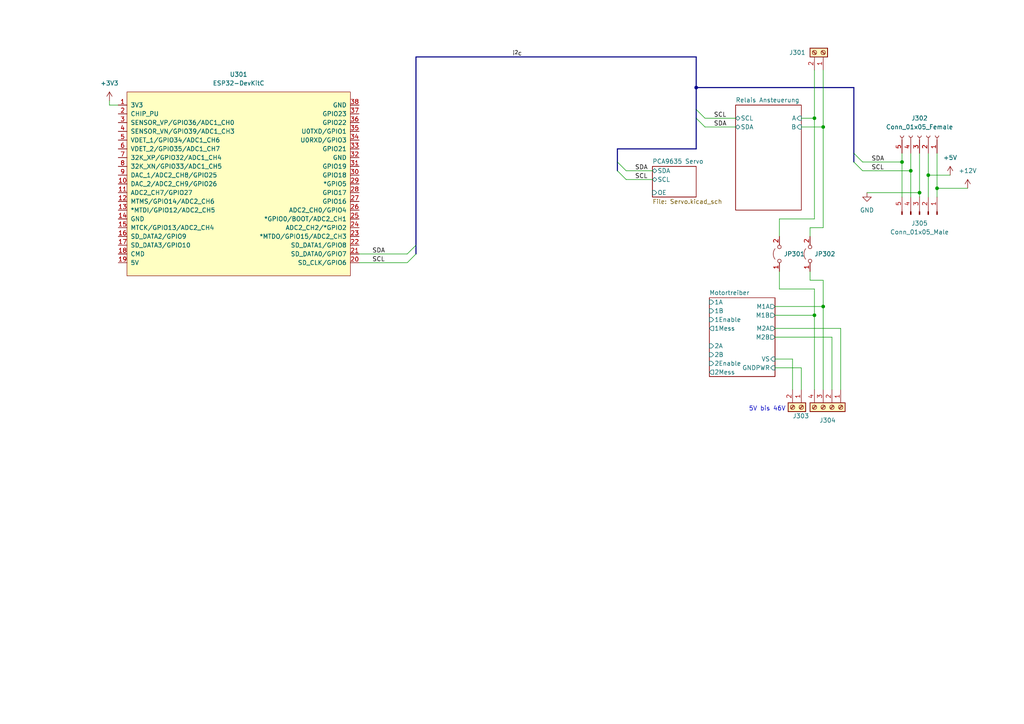
<source format=kicad_sch>
(kicad_sch (version 20211123) (generator eeschema)
  (paper "A4")
  (title_block (date "2022-03-14") (company "makerspace Bocholt"))
  (lib_symbols
    (symbol "Connector:Conn_01x05_Female" (pin_names (offset 1.016) hide)
      (property "Reference" "J" (at 0 7.62 0))
      (property "Value" "Conn_01x05_Female" (at 0 -7.62 0))
      (symbol "Conn_01x05_Female_1_1"
        (arc (start 0 -4.572) (mid -0.508 -5.08) (end 0 -5.588) (stroke (width 0.1524)))
        (arc (start 0 -2.032) (mid -0.508 -2.54) (end 0 -3.048) (stroke (width 0.1524)))
        (polyline (pts (xy -1.27 -5.08) (xy -0.508 -5.08)) (stroke (width 0.1524)))
        (polyline (pts (xy -1.27 -2.54) (xy -0.508 -2.54)) (stroke (width 0.1524)))
        (polyline (pts (xy -1.27 0) (xy -0.508 0)) (stroke (width 0.1524)))
        (polyline (pts (xy -1.27 2.54) (xy -0.508 2.54)) (stroke (width 0.1524)))
        (polyline (pts (xy -1.27 5.08) (xy -0.508 5.08)) (stroke (width 0.1524)))
        (arc (start 0 0.508) (mid -0.508 0) (end 0 -0.508) (stroke (width 0.1524)))
        (arc (start 0 3.048) (mid -0.508 2.54) (end 0 2.032) (stroke (width 0.1524)))
        (arc (start 0 5.588) (mid -0.508 5.08) (end 0 4.572) (stroke (width 0.1524)))
        (pin passive line (at -5.08 5.08 0) (length 3.81) (name "Pin_1") (number "1"))
        (pin passive line (at -5.08 2.54 0) (length 3.81) (name "Pin_2") (number "2"))
        (pin passive line (at -5.08 0 0) (length 3.81) (name "Pin_3") (number "3"))
        (pin passive line (at -5.08 -2.54 0) (length 3.81) (name "Pin_4") (number "4"))
        (pin passive line (at -5.08 -5.08 0) (length 3.81) (name "Pin_5") (number "5"))
      )
    )
    (symbol "Connector:Conn_01x05_Male" (pin_names (offset 1.016) hide)
      (property "Reference" "J" (at 0 7.62 0))
      (property "Value" "Conn_01x05_Male" (at 0 -7.62 0))
      (symbol "Conn_01x05_Male_1_1"
        (polyline (pts (xy 1.27 -5.08) (xy 0.8636 -5.08)) (stroke (width 0.1524)))
        (polyline (pts (xy 1.27 -2.54) (xy 0.8636 -2.54)) (stroke (width 0.1524)))
        (polyline (pts (xy 1.27 0) (xy 0.8636 0)) (stroke (width 0.1524)))
        (polyline (pts (xy 1.27 2.54) (xy 0.8636 2.54)) (stroke (width 0.1524)))
        (polyline (pts (xy 1.27 5.08) (xy 0.8636 5.08)) (stroke (width 0.1524)))
        (rectangle (start 0.8636 -4.953) (end 0 -5.207) (stroke (width 0.1524)) (fill (type outline)))
        (rectangle (start 0.8636 -2.413) (end 0 -2.667) (stroke (width 0.1524)) (fill (type outline)))
        (rectangle (start 0.8636 0.127) (end 0 -0.127) (stroke (width 0.1524)) (fill (type outline)))
        (rectangle (start 0.8636 2.667) (end 0 2.413) (stroke (width 0.1524)) (fill (type outline)))
        (rectangle (start 0.8636 5.207) (end 0 4.953) (stroke (width 0.1524)) (fill (type outline)))
        (pin passive line (at 5.08 5.08 180) (length 3.81) (name "Pin_1") (number "1"))
        (pin passive line (at 5.08 2.54 180) (length 3.81) (name "Pin_2") (number "2"))
        (pin passive line (at 5.08 0 180) (length 3.81) (name "Pin_3") (number "3"))
        (pin passive line (at 5.08 -2.54 180) (length 3.81) (name "Pin_4") (number "4"))
        (pin passive line (at 5.08 -5.08 180) (length 3.81) (name "Pin_5") (number "5"))
      )
    )
    (symbol "Connector:Screw_Terminal_01x02" (pin_names (offset 1.016) hide)
      (property "Reference" "J" (at 0 2.54 0))
      (property "Value" "Screw_Terminal_01x02" (at 0 -5.08 0))
      (symbol "Screw_Terminal_01x02_1_1"
        (rectangle (start -1.27 1.27) (end 1.27 -3.81) (stroke (width 0.254)) (fill (type background)))
        (circle (center 0 -2.54) (radius 0.635) (stroke (width 0.1524)))
        (polyline (pts (xy -0.5334 -2.2098) (xy 0.3302 -3.048)) (stroke (width 0.1524)))
        (polyline (pts (xy -0.5334 0.3302) (xy 0.3302 -0.508)) (stroke (width 0.1524)))
        (polyline (pts (xy -0.3556 -2.032) (xy 0.508 -2.8702)) (stroke (width 0.1524)))
        (polyline (pts (xy -0.3556 0.508) (xy 0.508 -0.3302)) (stroke (width 0.1524)))
        (circle (center 0 0) (radius 0.635) (stroke (width 0.1524)))
        (pin passive line (at -5.08 0 0) (length 3.81) (name "Pin_1") (number "1"))
        (pin passive line (at -5.08 -2.54 0) (length 3.81) (name "Pin_2") (number "2"))
      )
    )
    (symbol "Connector:Screw_Terminal_01x04" (pin_names (offset 1.016) hide)
      (property "Reference" "J" (at 0 5.08 0))
      (property "Value" "Screw_Terminal_01x04" (at 0 -7.62 0))
      (symbol "Screw_Terminal_01x04_1_1"
        (rectangle (start -1.27 3.81) (end 1.27 -6.35) (stroke (width 0.254)) (fill (type background)))
        (circle (center 0 -5.08) (radius 0.635) (stroke (width 0.1524)))
        (circle (center 0 -2.54) (radius 0.635) (stroke (width 0.1524)))
        (polyline (pts (xy -0.5334 -4.7498) (xy 0.3302 -5.588)) (stroke (width 0.1524)))
        (polyline (pts (xy -0.5334 -2.2098) (xy 0.3302 -3.048)) (stroke (width 0.1524)))
        (polyline (pts (xy -0.5334 0.3302) (xy 0.3302 -0.508)) (stroke (width 0.1524)))
        (polyline (pts (xy -0.5334 2.8702) (xy 0.3302 2.032)) (stroke (width 0.1524)))
        (polyline (pts (xy -0.3556 -4.572) (xy 0.508 -5.4102)) (stroke (width 0.1524)))
        (polyline (pts (xy -0.3556 -2.032) (xy 0.508 -2.8702)) (stroke (width 0.1524)))
        (polyline (pts (xy -0.3556 0.508) (xy 0.508 -0.3302)) (stroke (width 0.1524)))
        (polyline (pts (xy -0.3556 3.048) (xy 0.508 2.2098)) (stroke (width 0.1524)))
        (circle (center 0 0) (radius 0.635) (stroke (width 0.1524)))
        (circle (center 0 2.54) (radius 0.635) (stroke (width 0.1524)))
        (pin passive line (at -5.08 2.54 0) (length 3.81) (name "Pin_1") (number "1"))
        (pin passive line (at -5.08 0 0) (length 3.81) (name "Pin_2") (number "2"))
        (pin passive line (at -5.08 -2.54 0) (length 3.81) (name "Pin_3") (number "3"))
        (pin passive line (at -5.08 -5.08 0) (length 3.81) (name "Pin_4") (number "4"))
      )
    )
    (symbol "Espressif:ESP32-DevKitC" (pin_names (offset 1.016))
      (property "Reference" "U" (at -8.89 26.67 0))
      (property "Value" "ESP32-DevKitC" (at 0 -29.21 0))
      (symbol "ESP32-DevKitC_0_0"
        (pin power_in line (at -33.02 -11.43 0) (length 2.54) (name "GND") (number "14"))
        (pin power_in line (at -33.02 -24.13 0) (length 2.54) (name "5V") (number "19"))
      )
      (symbol "ESP32-DevKitC_0_1"
        (rectangle (start -30.48 25.4) (end 34.29 -27.94) (fill (type background)))
      )
      (symbol "ESP32-DevKitC_1_1"
        (pin power_in line (at -33.02 21.59 0) (length 2.54) (name "3V3") (number "1"))
        (pin bidirectional line (at -33.02 -1.27 0) (length 2.54) (name "DAC_2/ADC2_CH9/GPIO26") (number "10"))
        (pin bidirectional line (at -33.02 -3.81 0) (length 2.54) (name "ADC2_CH7/GPIO27") (number "11"))
        (pin bidirectional line (at -33.02 -6.35 0) (length 2.54) (name "MTMS/GPIO14/ADC2_CH6") (number "12"))
        (pin bidirectional line (at -33.02 -8.89 0) (length 2.54) (name "*MTDI/GPIO12/ADC2_CH5") (number "13"))
        (pin bidirectional line (at -33.02 -13.97 0) (length 2.54) (name "MTCK/GPIO13/ADC2_CH4") (number "15"))
        (pin bidirectional line (at -33.02 -16.51 0) (length 2.54) (name "SD_DATA2/GPIO9") (number "16"))
        (pin bidirectional line (at -33.02 -19.05 0) (length 2.54) (name "SD_DATA3/GPIO10") (number "17"))
        (pin bidirectional line (at -33.02 -21.59 0) (length 2.54) (name "CMD") (number "18"))
        (pin input line (at -33.02 19.05 0) (length 2.54) (name "CHIP_PU") (number "2"))
        (pin bidirectional line (at 36.83 -24.13 180) (length 2.54) (name "SD_CLK/GPIO6") (number "20"))
        (pin bidirectional line (at 36.83 -21.59 180) (length 2.54) (name "SD_DATA0/GPIO7") (number "21"))
        (pin bidirectional line (at 36.83 -19.05 180) (length 2.54) (name "SD_DATA1/GPIO8") (number "22"))
        (pin bidirectional line (at 36.83 -16.51 180) (length 2.54) (name "*MTDO/GPIO15/ADC2_CH3") (number "23"))
        (pin bidirectional line (at 36.83 -13.97 180) (length 2.54) (name "ADC2_CH2/*GPIO2") (number "24"))
        (pin bidirectional line (at 36.83 -11.43 180) (length 2.54) (name "*GPIO0/BOOT/ADC2_CH1") (number "25"))
        (pin bidirectional line (at 36.83 -8.89 180) (length 2.54) (name "ADC2_CH0/GPIO4") (number "26"))
        (pin bidirectional line (at 36.83 -6.35 180) (length 2.54) (name "GPIO16") (number "27"))
        (pin bidirectional line (at 36.83 -3.81 180) (length 2.54) (name "GPIO17") (number "28"))
        (pin bidirectional line (at 36.83 -1.27 180) (length 2.54) (name "*GPIO5") (number "29"))
        (pin input line (at -33.02 16.51 0) (length 2.54) (name "SENSOR_VP/GPIO36/ADC1_CH0") (number "3"))
        (pin bidirectional line (at 36.83 1.27 180) (length 2.54) (name "GPIO18") (number "30"))
        (pin bidirectional line (at 36.83 3.81 180) (length 2.54) (name "GPIO19") (number "31"))
        (pin power_in line (at 36.83 6.35 180) (length 2.54) (name "GND") (number "32"))
        (pin bidirectional line (at 36.83 8.89 180) (length 2.54) (name "GPIO21") (number "33"))
        (pin bidirectional line (at 36.83 11.43 180) (length 2.54) (name "U0RXD/GPIO3") (number "34"))
        (pin bidirectional line (at 36.83 13.97 180) (length 2.54) (name "U0TXD/GPIO1") (number "35"))
        (pin bidirectional line (at 36.83 16.51 180) (length 2.54) (name "GPIO22") (number "36"))
        (pin bidirectional line (at 36.83 19.05 180) (length 2.54) (name "GPIO23") (number "37"))
        (pin power_in line (at 36.83 21.59 180) (length 2.54) (name "GND") (number "38"))
        (pin input line (at -33.02 13.97 0) (length 2.54) (name "SENSOR_VN/GPIO39/ADC1_CH3") (number "4"))
        (pin input line (at -33.02 11.43 0) (length 2.54) (name "VDET_1/GPIO34/ADC1_CH6") (number "5"))
        (pin input line (at -33.02 8.89 0) (length 2.54) (name "VDET_2/GPIO35/ADC1_CH7") (number "6"))
        (pin bidirectional line (at -33.02 6.35 0) (length 2.54) (name "32K_XP/GPIO32/ADC1_CH4") (number "7"))
        (pin bidirectional line (at -33.02 3.81 0) (length 2.54) (name "32K_XN/GPIO33/ADC1_CH5") (number "8"))
        (pin bidirectional line (at -33.02 1.27 0) (length 2.54) (name "DAC_1/ADC2_CH8/GPIO25") (number "9"))
      )
    )
    (symbol "Jumper:Jumper_2_Open" (pin_names (offset 0) hide)
      (property "Reference" "JP" (at 0 2.794 0))
      (property "Value" "Jumper_2_Open" (at 0 -2.286 0))
      (symbol "Jumper_2_Open_0_0"
        (circle (center -2.032 0) (radius 0.508))
        (circle (center 2.032 0) (radius 0.508))
      )
      (symbol "Jumper_2_Open_0_1"
        (arc (start 1.524 1.27) (mid 0 1.778) (end -1.524 1.27))
      )
      (symbol "Jumper_2_Open_1_1"
        (pin passive line (at -5.08 0 0) (length 2.54) (name "A") (number "1"))
        (pin passive line (at 5.08 0 180) (length 2.54) (name "B") (number "2"))
      )
    )
    (symbol "power:+12V" (power) (pin_names (offset 0))
      (property "Value" "+12V" (at 0 3.556 0))
      (symbol "+12V_0_1"
        (polyline (pts (xy -0.762 1.27) (xy 0 2.54)))
        (polyline (pts (xy 0 0) (xy 0 2.54)))
        (polyline (pts (xy 0 2.54) (xy 0.762 1.27)))
      )
      (symbol "+12V_1_1"
        (pin power_in line (at 0 0 90) (length 0) hide (name "+12V") (number "1"))
      )
    )
    (symbol "power:+3.3V" (power) (pin_names (offset 0))
      (property "Value" "+3.3V" (at 0 3.556 0))
      (symbol "+3.3V_0_1"
        (polyline (pts (xy -0.762 1.27) (xy 0 2.54)))
        (polyline (pts (xy 0 0) (xy 0 2.54)))
        (polyline (pts (xy 0 2.54) (xy 0.762 1.27)))
      )
      (symbol "+3.3V_1_1"
        (pin power_in line (at 0 0 90) (length 0) hide (name "+3V3") (number "1"))
      )
    )
    (symbol "power:+5V" (power) (pin_names (offset 0))
      (property "Value" "+5V" (at 0 3.556 0))
      (symbol "+5V_0_1"
        (polyline (pts (xy -0.762 1.27) (xy 0 2.54)))
        (polyline (pts (xy 0 0) (xy 0 2.54)))
        (polyline (pts (xy 0 2.54) (xy 0.762 1.27)))
      )
      (symbol "+5V_1_1"
        (pin power_in line (at 0 0 90) (length 0) hide (name "+5V") (number "1"))
      )
    )
    (symbol "power:GND" (power) (pin_names (offset 0))
      (property "Value" "GND" (at 0 -3.81 0))
      (symbol "GND_0_1"
        (polyline (pts (xy 0 0) (xy 0 -1.27) (xy 1.27 -1.27) (xy 0 -2.54) (xy -1.27 -1.27) (xy 0 -1.27)))
      )
      (symbol "GND_1_1"
        (pin power_in line (at 0 0 270) (length 0) hide (name "GND") (number "1"))
      )
    )
  )
  (junction (at 238.76 88.9))
  (junction (at 264.16 49.53))
  (junction (at 238.76 36.83))
  (junction (at 271.78 54.61))
  (junction (at 236.22 91.44))
  (junction (at 266.7 55.88))
  (junction (at 201.93 25.4))
  (junction (at 261.62 46.99))
  (junction (at 236.22 34.29))
  (junction (at 269.24 50.8))
  (bus_entry (at 118.11 73.66) (size 2.54 -2.54))
  (bus_entry (at 118.11 76.2) (size 2.54 -2.54))
  (bus_entry (at 201.93 31.75) (size 2.54 2.54))
  (bus_entry (at 201.93 34.29) (size 2.54 2.54))
  (bus_entry (at 179.07 49.53) (size 2.54 2.54))
  (bus_entry (at 179.07 46.99) (size 2.54 2.54))
  (bus_entry (at 247.65 46.99) (size 2.54 2.54))
  (bus_entry (at 247.65 44.45) (size 2.54 2.54))
  (wire (pts (xy 236.22 20.32) (xy 236.22 34.29)))
  (wire (pts (xy 232.41 113.03) (xy 232.41 106.68)))
  (wire (pts (xy 269.24 44.45) (xy 269.24 50.8)))
  (bus (pts (xy 179.07 46.99) (xy 179.07 49.53)))
  (wire (pts (xy 224.79 97.79) (xy 241.3 97.79)))
  (bus (pts (xy 201.93 25.4) (xy 247.65 25.4)))
  (wire (pts (xy 181.61 52.07) (xy 189.23 52.07)))
  (wire (pts (xy 238.76 81.28) (xy 238.76 88.9)))
  (wire (pts (xy 238.76 88.9) (xy 238.76 113.03)))
  (wire (pts (xy 236.22 83.82) (xy 236.22 91.44)))
  (bus (pts (xy 179.07 43.18) (xy 179.07 46.99)))
  (wire (pts (xy 264.16 49.53) (xy 264.16 57.15)))
  (wire (pts (xy 224.79 88.9) (xy 238.76 88.9)))
  (wire (pts (xy 31.75 29.21) (xy 31.75 30.48)))
  (wire (pts (xy 261.62 46.99) (xy 261.62 57.15)))
  (wire (pts (xy 236.22 91.44) (xy 236.22 113.03)))
  (wire (pts (xy 226.06 78.74) (xy 226.06 83.82)))
  (wire (pts (xy 250.19 49.53) (xy 264.16 49.53)))
  (wire (pts (xy 229.87 113.03) (xy 229.87 104.14)))
  (bus (pts (xy 120.65 71.12) (xy 120.65 73.66)))
  (bus (pts (xy 247.65 25.4) (xy 247.65 44.45)))
  (wire (pts (xy 271.78 54.61) (xy 280.67 54.61)))
  (wire (pts (xy 251.46 55.88) (xy 266.7 55.88)))
  (wire (pts (xy 224.79 95.25) (xy 243.84 95.25)))
  (wire (pts (xy 238.76 20.32) (xy 238.76 36.83)))
  (wire (pts (xy 271.78 44.45) (xy 271.78 54.61)))
  (wire (pts (xy 266.7 55.88) (xy 266.7 57.15)))
  (wire (pts (xy 232.41 36.83) (xy 238.76 36.83)))
  (bus (pts (xy 247.65 44.45) (xy 247.65 46.99)))
  (wire (pts (xy 31.75 30.48) (xy 34.29 30.48)))
  (wire (pts (xy 234.95 78.74) (xy 234.95 81.28)))
  (bus (pts (xy 201.93 34.29) (xy 201.93 43.18)))
  (wire (pts (xy 234.95 66.04) (xy 234.95 68.58)))
  (bus (pts (xy 120.65 16.51) (xy 120.65 71.12)))
  (wire (pts (xy 269.24 50.8) (xy 269.24 57.15)))
  (wire (pts (xy 264.16 44.45) (xy 264.16 49.53)))
  (wire (pts (xy 238.76 36.83) (xy 238.76 66.04)))
  (wire (pts (xy 269.24 50.8) (xy 275.59 50.8)))
  (wire (pts (xy 266.7 44.45) (xy 266.7 55.88)))
  (wire (pts (xy 271.78 54.61) (xy 271.78 57.15)))
  (wire (pts (xy 261.62 44.45) (xy 261.62 46.99)))
  (bus (pts (xy 201.93 43.18) (xy 179.07 43.18)))
  (wire (pts (xy 204.47 36.83) (xy 213.36 36.83)))
  (wire (pts (xy 250.19 46.99) (xy 261.62 46.99)))
  (wire (pts (xy 104.14 76.2) (xy 118.11 76.2)))
  (wire (pts (xy 104.14 73.66) (xy 118.11 73.66)))
  (wire (pts (xy 229.87 104.14) (xy 224.79 104.14)))
  (bus (pts (xy 120.65 16.51) (xy 201.93 16.51)))
  (wire (pts (xy 181.61 49.53) (xy 189.23 49.53)))
  (wire (pts (xy 226.06 83.82) (xy 236.22 83.82)))
  (wire (pts (xy 226.06 63.5) (xy 226.06 68.58)))
  (wire (pts (xy 232.41 106.68) (xy 224.79 106.68)))
  (wire (pts (xy 238.76 66.04) (xy 234.95 66.04)))
  (wire (pts (xy 234.95 81.28) (xy 238.76 81.28)))
  (wire (pts (xy 232.41 34.29) (xy 236.22 34.29)))
  (bus (pts (xy 201.93 25.4) (xy 201.93 31.75)))
  (bus (pts (xy 201.93 16.51) (xy 201.93 25.4)))
  (wire (pts (xy 224.79 91.44) (xy 236.22 91.44)))
  (wire (pts (xy 241.3 97.79) (xy 241.3 113.03)))
  (wire (pts (xy 243.84 95.25) (xy 243.84 113.03)))
  (wire (pts (xy 236.22 34.29) (xy 236.22 63.5)))
  (wire (pts (xy 204.47 34.29) (xy 213.36 34.29)))
  (wire (pts (xy 236.22 63.5) (xy 226.06 63.5)))
  (bus (pts (xy 201.93 34.29) (xy 201.93 31.75)))
  (text "5V bis 46V" (at 217.17 119.38 0) (effects (font (size 1.27 1.27)) (justify left bottom)))
  (label "SDA" (at 107.95 73.66 0))
  (label "SDA" (at 207.01 36.83 0))
  (label "SCL" (at 184.15 52.07 0))
  (label "SDA" (at 184.15 49.53 0))
  (label "i^{2}c" (at 148.59 16.51 0))
  (label "SCL" (at 107.95 76.2 0))
  (label "SDA" (at 252.73 46.99 0))
  (label "SCL" (at 252.73 49.53 0))
  (label "SCL" (at 207.01 34.29 0))
  (symbol (lib_id "Connector:Screw_Terminal_01x04") (at 241.3 118.11 270) (unit 1)
    (property "Reference" "J304" (at 240.03 121.92 90))
    (property "Value" "Screw_Terminal_01x04" (effects hide))
    (property "Footprint" "TerminalBlock_Phoenix:TerminalBlock_Phoenix_MKDS-1,5-4-5.08_1x04_P5.08mm_Horizontal" (effects hide))
  )
  (symbol (lib_id "power:GND") (at 251.46 55.88 0) (unit 1)
    (property "Reference" "#PWR0302" (effects hide))
    (property "Value" "GND" (at 251.46 60.96 0))
  )
  (symbol (lib_id "Connector:Screw_Terminal_01x02") (at 232.41 118.11 270) (unit 1)
    (property "Reference" "J303" (at 229.87 120.65 90) (effects (justify left)))
    (property "Value" "Screw_Terminal_01x02" (effects hide))
    (property "Footprint" "TerminalBlock_Phoenix:TerminalBlock_Phoenix_MKDS-1,5-2-5.08_1x02_P5.08mm_Horizontal" (effects hide))
  )
  (symbol (lib_id "Espressif:ESP32-DevKitC") (at 67.31 52.07 0) (unit 1)
    (property "Reference" "U301" (at 69.215 21.59 0))
    (property "Value" "ESP32-DevKitC" (at 69.215 24.13 0))
    (property "Footprint" "Espressif:ESP32-DevKitC" (effects hide))
    (property "Datasheet" "https://docs.espressif.com/projects/esp-idf/zh_CN/latest/esp32/hw-reference/esp32/get-started-devkitc.html" (effects hide))
  )
  (symbol (lib_id "Jumper:Jumper_2_Open") (at 234.95 73.66 90) (unit 1)
    (property "Reference" "JP302" (at 236.22 73.6599 90) (effects (justify right)))
    (property "Value" "Jumper_2_Open" (effects hide))
    (property "Footprint" "Resistor_THT:R_Axial_DIN0207_L6.3mm_D2.5mm_P10.16mm_Horizontal" (effects hide))
  )
  (symbol (lib_id "Jumper:Jumper_2_Open") (at 226.06 73.66 90) (unit 1)
    (property "Reference" "JP301" (at 227.33 73.6599 90) (effects (justify right)))
    (property "Value" "Jumper_2_Open" (effects hide))
    (property "Footprint" "Resistor_THT:R_Axial_DIN0207_L6.3mm_D2.5mm_P10.16mm_Horizontal" (effects hide))
  )
  (symbol (lib_id "power:+12V") (at 280.67 54.61 0) (unit 1)
    (property "Reference" "#PWR0304" (effects hide))
    (property "Value" "+12V" (at 280.67 49.53 0))
  )
  (symbol (lib_id "Connector:Screw_Terminal_01x02") (at 238.76 15.24 270) (mirror x) (unit 1)
    (property "Reference" "J301" (at 233.68 15.2399 90) (effects (justify right)))
    (property "Value" "Screw_Terminal_01x02" (effects hide))
    (property "Footprint" "TerminalBlock_Phoenix:TerminalBlock_Phoenix_MKDS-1,5-2-5.08_1x02_P5.08mm_Horizontal" (effects hide))
  )
  (symbol (lib_id "Connector:Conn_01x05_Male") (at 266.7 62.23 270) (mirror x) (unit 1)
    (property "Reference" "J305" (at 266.7 64.77 90))
    (property "Value" "Conn_01x05_Male" (at 266.7 67.31 90))
    (property "Footprint" "Connector_PinHeader_2.54mm:PinHeader_1x05_P2.54mm_Horizontal" (effects hide))
  )
  (symbol (lib_id "power:+5V") (at 275.59 50.8 0) (unit 1)
    (property "Reference" "#PWR0303" (effects hide))
    (property "Value" "+5V" (at 275.59 45.72 0))
  )
  (symbol (lib_id "Connector:Conn_01x05_Female") (at 266.7 39.37 270) (mirror x) (unit 1)
    (property "Reference" "J302" (at 266.7 34.29 90))
    (property "Value" "Conn_01x05_Female" (at 266.7 36.83 90))
    (property "Footprint" "Connector_PinSocket_2.54mm:PinSocket_1x05_P2.54mm_Horizontal" (effects hide))
  )
  (symbol (lib_id "power:+3.3V") (at 31.75 29.21 0) (unit 1)
    (property "Reference" "#PWR0301" (effects hide))
    (property "Value" "+3.3V" (at 31.75 24.13 0))
  )
  (sheet (at 205.74 86.36) (size 19.05 22.86) (stroke (width 0.1524))
    (property "Sheet name" "Motortreiber" (at 205.74 85.6484 0) (effects (justify left bottom)))
    (property "Sheet file" "motortreiber.kicad_sch" (effects hide))
    (pin "M1B" output (at 224.79 91.44 0))
    (pin "M1A" output (at 224.79 88.9 0))
    (pin "M2B" output (at 224.79 97.79 0))
    (pin "M2A" output (at 224.79 95.25 0))
    (pin "1Enable" input (at 205.74 92.71 180))
    (pin "1B" input (at 205.74 90.17 180))
    (pin "1A" input (at 205.74 87.63 180))
    (pin "2Enable" input (at 205.74 105.41 180))
    (pin "2A" input (at 205.74 100.33 180))
    (pin "2B" input (at 205.74 102.87 180))
    (pin "2Mess" output (at 205.74 107.95 180))
    (pin "1Mess" output (at 205.74 95.25 180))
    (pin "VS" input (at 224.79 104.14 0))
    (pin "GNDPWR" input (at 224.79 106.68 0))
  )
  (sheet (at 189.23 48.26) (size 12.7 8.89) (stroke (width 0.1524))
    (property "Sheet name" "PCA9635 Servo" (at 189.23 47.5484 0) (effects (justify left bottom)))
    (property "Sheet file" "Servo.kicad_sch" (at 189.23 57.7346 0) (effects (justify left top)))
    (pin "OE" input (at 189.23 55.88 180))
    (pin "SDA" bidirectional (at 189.23 49.53 180))
    (pin "SCL" bidirectional (at 189.23 52.07 180))
  )
  (sheet (at 213.36 30.48) (size 19.05 30.48) (stroke (width 0.1524))
    (property "Sheet name" "Relais Ansteuerung" (at 213.36 29.7684 0) (effects (justify left bottom)))
    (property "Sheet file" "RelaisAnsteuerung.kicad_sch" (effects hide))
    (pin "SDA" bidirectional (at 213.36 36.83 180))
    (pin "A" input (at 232.41 34.29 0))
    (pin "B" input (at 232.41 36.83 0))
    (pin "SCL" bidirectional (at 213.36 34.29 180))
  )
)
</source>
